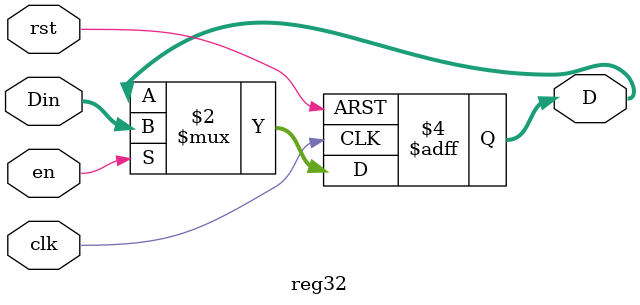
<source format=v>

module reg32(
  output reg [31:0] D,
  input [31:0] Din,
  input en, clk, rst
);

  parameter reset_val = 32'b0;

  always @ (posedge clk or posedge rst)
    if (rst) D <= reset_val;
    else if (en) D <= Din;

endmodule

</source>
